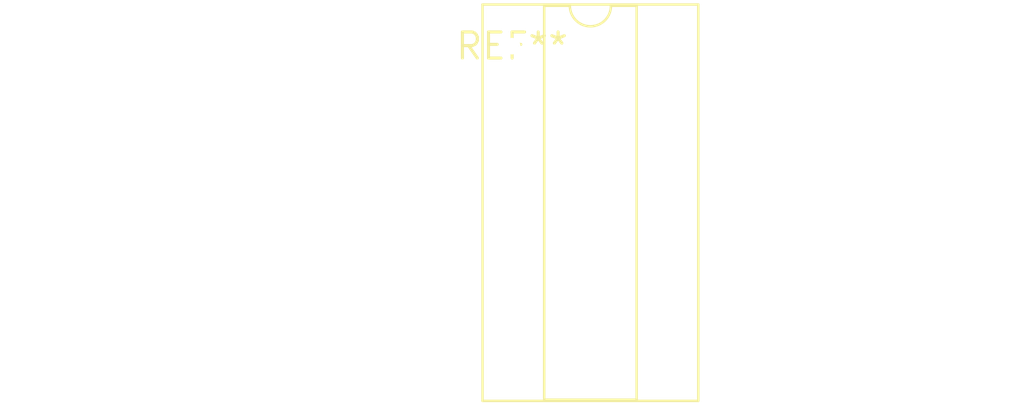
<source format=kicad_pcb>
(kicad_pcb (version 20240108) (generator pcbnew)
  (layers (0 "F.Cu" signal) (31 "B.Cu" signal) (34 "B.Paste" user) (35 "F.Paste" user) (36 "B.SilkS" user "B.Silkscreen") (37 "F.SilkS" user "F.Silkscreen") (38 "B.Mask" user) (39 "F.Mask" user) (44 "Edge.Cuts" user))
  (net 0 "")
  (footprint "CERDIP-14_W7.62mm_SideBrazed_LongPads_Socket" (layer "F.Cu") (at 0 0)
    (property "Reference" "REF**")
    (property "Value" "CERDIP-14_W7.62mm_SideBrazed_LongPads_Socket")
    (fp_line (start -1.44 -2.025) (end -1.44 17.265) (layer "F.SilkS") (stroke (width 0.12)))
    (fp_line (start -1.44 17.265) (end 9.06 17.265) (layer "F.SilkS") (stroke (width 0.12)))
    (fp_line (start 1.56 -1.965) (end 1.56 17.205) (layer "F.SilkS") (stroke (width 0.12)))
    (fp_line (start 1.56 17.205) (end 6.06 17.205) (layer "F.SilkS") (stroke (width 0.12)))
    (fp_line (start 2.81 -1.965) (end 1.56 -1.965) (layer "F.SilkS") (stroke (width 0.12)))
    (fp_line (start 6.06 -1.965) (end 4.81 -1.965) (layer "F.SilkS") (stroke (width 0.12)))
    (fp_line (start 6.06 17.205) (end 6.06 -1.965) (layer "F.SilkS") (stroke (width 0.12)))
    (fp_line (start 9.06 -2.025) (end -1.44 -2.025) (layer "F.SilkS") (stroke (width 0.12)))
    (fp_line (start 9.06 17.265) (end 9.06 -2.025) (layer "F.SilkS") (stroke (width 0.12)))
    (fp_arc (start 4.81 -1.965) (mid 3.81 -0.965) (end 2.81 -1.965) (layer "F.SilkS") (stroke (width 0.12)))
    (pad "1" thru_hole rect (at 0 0) (size 2.4 1.6) (drill 0.8) (layers *.Cu *.Mask) (remove_unused_layers))
    (pad "2" thru_hole oval (at 0 2.54) (size 2.4 1.6) (drill 0.8) (layers *.Cu *.Mask) (remove_unused_layers))
    (pad "3" thru_hole oval (at 0 5.08) (size 2.4 1.6) (drill 0.8) (layers *.Cu *.Mask) (remove_unused_layers))
    (pad "4" thru_hole oval (at 0 7.62) (size 2.4 1.6) (drill 0.8) (layers *.Cu *.Mask) (remove_unused_layers))
    (pad "5" thru_hole oval (at 0 10.16) (size 2.4 1.6) (drill 0.8) (layers *.Cu *.Mask) (remove_unused_layers))
    (pad "6" thru_hole oval (at 0 12.7) (size 2.4 1.6) (drill 0.8) (layers *.Cu *.Mask) (remove_unused_layers))
    (pad "7" thru_hole oval (at 0 15.24) (size 2.4 1.6) (drill 0.8) (layers *.Cu *.Mask) (remove_unused_layers))
    (pad "8" thru_hole oval (at 7.62 15.24) (size 2.4 1.6) (drill 0.8) (layers *.Cu *.Mask) (remove_unused_layers))
    (pad "9" thru_hole oval (at 7.62 12.7) (size 2.4 1.6) (drill 0.8) (layers *.Cu *.Mask) (remove_unused_layers))
    (pad "10" thru_hole oval (at 7.62 10.16) (size 2.4 1.6) (drill 0.8) (layers *.Cu *.Mask) (remove_unused_layers))
    (pad "11" thru_hole oval (at 7.62 7.62) (size 2.4 1.6) (drill 0.8) (layers *.Cu *.Mask) (remove_unused_layers))
    (pad "12" thru_hole oval (at 7.62 5.08) (size 2.4 1.6) (drill 0.8) (layers *.Cu *.Mask) (remove_unused_layers))
    (pad "13" thru_hole oval (at 7.62 2.54) (size 2.4 1.6) (drill 0.8) (layers *.Cu *.Mask) (remove_unused_layers))
    (pad "14" thru_hole oval (at 7.62 0) (size 2.4 1.6) (drill 0.8) (layers *.Cu *.Mask) (remove_unused_layers))
  )
)
</source>
